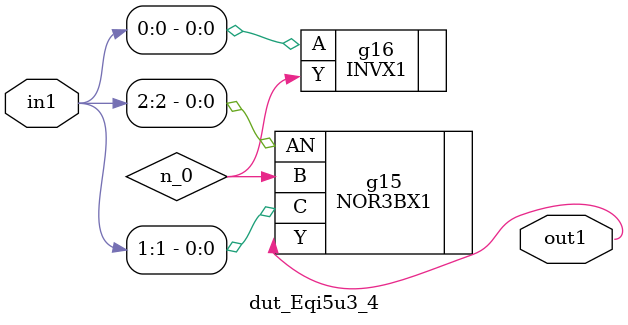
<source format=v>
`timescale 1ps / 1ps


module dut_Eqi5u3_4(in1, out1);
  input [2:0] in1;
  output out1;
  wire [2:0] in1;
  wire out1;
  wire n_0;
  NOR3BX1 g15(.AN (in1[2]), .B (n_0), .C (in1[1]), .Y (out1));
  INVX1 g16(.A (in1[0]), .Y (n_0));
endmodule



</source>
